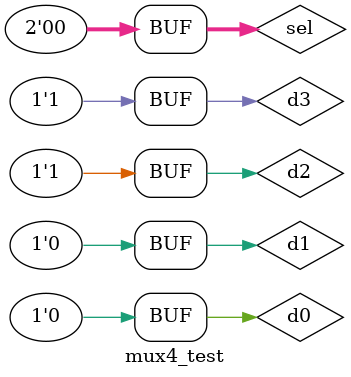
<source format=sv>
module mux4_test;

// Put your code here
// ------------------
  // Signal declarations
    // Gate output wires
    logic d0;          // Data input 0
    logic d1;          // Data input 1
    logic d2;          // Data input 2
    logic d3;          // Data input 3
    logic [1:0] sel;   // Select input
    logic z;

    mux4 uut(
        .d0(d0),
        .d1(d1),
        .d2(d2),
        .d3(d3),
		.sel(sel),
		.z(z)
    );

    initial begin
		
        d0 = 1'b0;
		d1 = 1'b0;
		d2 = 1'b1;
		d3 = 1'b1;
        sel = 2'b00;
        
        #32
		
        d0 = 1'b0;
		d1 = 1'b0;
		d2 = 1'b1;
		d3 = 1'b1;
        sel = 2'b10;

        #16
		
		d0 = 1'b0;
		d1 = 1'b0;
		d2 = 1'b1;
		d3 = 1'b1;
        sel = 2'b00;
		
		
    end

// End of your code

endmodule

</source>
